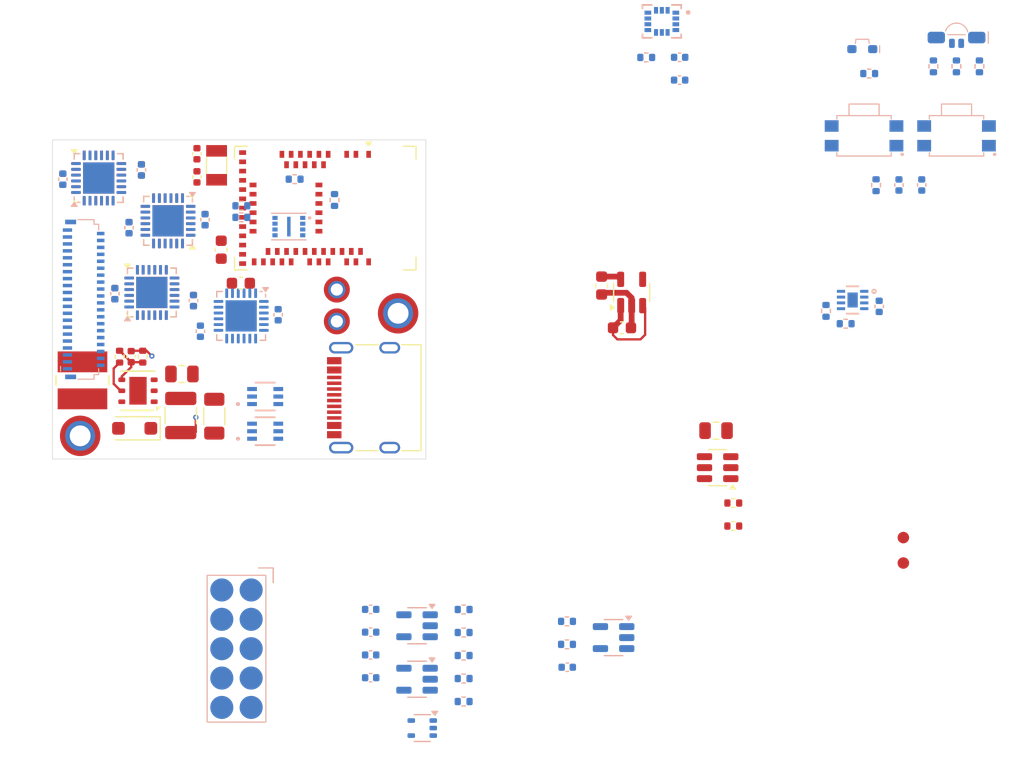
<source format=kicad_pcb>
(kicad_pcb (version 20240108) (generator "pcbnew") (generator_version "8.0")
  (layers (0 "F.Cu" signal) (1 "In1.Cu" power) (2 "In2.Cu" power) (3 "In3.Cu" signal) (4 "In4.Cu" signal) (5 "In5.Cu" signal) (6 "In6.Cu" signal) (31 "B.Cu" signal) (34 "B.Paste" user) (35 "F.Paste" user) (36 "B.SilkS" user "B.Silkscreen") (37 "F.SilkS" user "F.Silkscreen") (38 "B.Mask" user) (39 "F.Mask" user) (44 "Edge.Cuts" user))
  (net 0 "")
  (net 1 "/Power Selection and Regulation/VBAT")
  (net 2 "GND")
  (net 3 "3V3")
  (net 4 "/Power Selection and Regulation/FB")
  (net 5 "/Over Current Protection/12V")
  (net 6 "VIN")
  (net 7 "VS")
  (net 8 "Net-(U9--)")
  (net 9 "/Microcontroller/VBUS")
  (net 10 "/Microcontroller/~{RESET}")
  (net 11 "/Microcontroller/INTERACT")
  (net 12 "/Power Selection and Regulation/SW12")
  (net 13 "Net-(D2-K)")
  (net 14 "Net-(D3-RK)")
  (net 15 "Net-(D3-GK)")
  (net 16 "Net-(D3-BK)")
  (net 17 "/H-Bridge Drivers and FPC/~{CS0}")
  (net 18 "OUT0-4")
  (net 19 "OUT0-2")
  (net 20 "/H-Bridge Drivers and FPC/~{HB_FAULT}")
  (net 21 "/H-Bridge Drivers and FPC/HB_EN")
  (net 22 "OUT0-5")
  (net 23 "/H-Bridge Drivers and FPC/COPI")
  (net 24 "OUT0-0")
  (net 25 "/H-Bridge Drivers and FPC/CIPO")
  (net 26 "OUT0-1")
  (net 27 "/H-Bridge Drivers and FPC/SCK")
  (net 28 "OUT0-3")
  (net 29 "/H-Bridge Drivers and FPC/~{CS1}")
  (net 30 "/H-Bridge Drivers and FPC/~{CS2}")
  (net 31 "/H-Bridge Drivers and FPC/~{CS3}")
  (net 32 "/H-Bridge Drivers and FPC/~{CS4}")
  (net 33 "/H-Bridge Drivers and FPC/~{CS5}")
  (net 34 "/H-Bridge Drivers and FPC/~{CS6}")
  (net 43 "/Microcontroller/SWO")
  (net 44 "/Microcontroller/SWDIO")
  (net 47 "/Microcontroller/SWDCLK")
  (net 89 "OUT1-1")
  (net 90 "~{FG_ALERT}")
  (net 91 "Net-(U2-~{EN})")
  (net 92 "Net-(U1-QSTRT)")
  (net 93 "SCL")
  (net 94 "SDA")
  (net 95 "Net-(U4-CS)")
  (net 96 "Net-(U9-+)")
  (net 97 "/Microcontroller/ISENSE")
  (net 98 "Net-(U11--)")
  (net 99 "/Microcontroller/LED_R")
  (net 100 "/Microcontroller/LED_G")
  (net 101 "/Microcontroller/LED_B")
  (net 102 "WDI")
  (net 103 "/Microcontroller/D-")
  (net 104 "/Microcontroller/D+")
  (net 105 "/Microcontroller/IMU_INT2")
  (net 107 "/Microcontroller/IMU_INT1")
  (net 110 "/Microcontroller/QSPI_DATA0")
  (net 112 "/Microcontroller/QSPI_DATA1")
  (net 114 "/Microcontroller/QSPI_DATA2")
  (net 116 "/Microcontroller/TRACEDATA3")
  (net 118 "/Microcontroller/QSPI_CS")
  (net 120 "/Microcontroller/TRACECLK")
  (net 122 "/Microcontroller/QSPI_DATA3")
  (net 125 "/Microcontroller/QSPI_SCK")
  (net 128 "/Microcontroller/TRACEDATA1")
  (net 129 "/Microcontroller/TRACEDATA2")
  (net 130 "OUT1-5")
  (net 131 "OUT1-0")
  (net 132 "OUT1-4")
  (net 133 "OUT1-3")
  (net 134 "OUT1-2")
  (net 135 "OUT2-1")
  (net 136 "OUT2-3")
  (net 137 "OUT2-4")
  (net 138 "OUT2-5")
  (net 139 "OUT2-2")
  (net 140 "OUT2-0")
  (net 141 "OUT3-0")
  (net 142 "OUT3-5")
  (net 143 "OUT3-2")
  (net 144 "OUT3-1")
  (net 145 "OUT3-3")
  (net 146 "OUT3-4")
  (net 147 "OUT4-5")
  (net 148 "OUT4-4")
  (net 149 "OUT4-1")
  (net 150 "OUT4-0")
  (net 151 "OUT4-3")
  (net 152 "OUT4-2")
  (net 153 "OUT5-4")
  (net 154 "OUT5-1")
  (net 155 "OUT5-0")
  (net 156 "OUT5-2")
  (net 157 "OUT5-5")
  (net 158 "OUT5-3")
  (net 159 "OUT6-3")
  (net 160 "OUT6-2")
  (net 161 "OUT6-5")
  (net 162 "OUT6-0")
  (net 163 "OUT6-4")
  (net 164 "OUT6-1")
  (net 165 "/Microcontroller/XTAL1")
  (net 166 "/Microcontroller/XTAL2")
  (net 167 "/VBUS_IN")
  (net 168 "/CC1")
  (net 169 "/D-_IN")
  (net 170 "/CC2")
  (net 171 "/D+_IN")
  (net 172 "/Microcontroller/~{CS7}")
  (net 173 "/Power Selection and Regulation/12V_EN2")
  (net 174 "/12V_EN1")
  (footprint "Capacitor_SMD:C_0603_1608Metric" (layer "F.Cu") (at 82.1 55.8 -90)
    (property "Reference" "C9")
    (property "Value" "10uF")
  )
  (footprint "Connector_USB:USB_C_Receptacle_G-Switch_GT-USB-7010ASV" (layer "F.Cu") (at 62.7 65.5 90)
    (property "Reference" "J3")
    (property "Value" "USB_C_Receptacle_USB2.0")
  )
  (footprint "nrf52-controller:MountingHole_1.8mm_M1.6_Pad_TopBottom" (layer "F.Cu") (at 64.5 58.2)
    (property "Reference" "H2")
    (property "Value" "MountingHole_Pad")
  )
  (footprint "Resistor_SMD:R_1206_3216Metric" (layer "F.Cu") (at 48.6 67.1 -90)
    (property "Reference" "R17")
    (property "Value" "0.1R")
  )
  (footprint "Capacitor_SMD:C_0402_1005Metric" (layer "F.Cu") (at 35.5 46.6 90)
    (property "Reference" "C15")
    (property "Value" "0.1uF")
  )
  (footprint "Package_DFN_QFN:QFN-24-1EP_4x4mm_P0.5mm_EP2.7x2.7mm" (layer "F.Cu") (at 38.6 46.5)
    (property "Reference" "HBD2")
    (property "Value" "MP6526GR")
  )
  (footprint "Capacitor_SMD:C_0603_1608Metric" (layer "F.Cu") (at 50.9 55.6)
    (property "Reference" "C31")
    (property "Value" "4.7uF")
  )
  (footprint "Capacitor_SMD:C_0402_1005Metric" (layer "F.Cu") (at 47.1 46.4 -90)
    (property "Reference" "C34")
    (property "Value" "12pF")
  )
  (footprint "Capacitor_SMD:C_0402_1005Metric" (layer "F.Cu") (at 42.3 45.8 90)
    (property "Reference" "C11")
    (property "Value" "0.1uF")
  )
  (footprint "Capacitor_SMD:C_0805_2012Metric" (layer "F.Cu") (at 45.8 63.45)
    (property "Reference" "C7")
    (property "Value" "22uF")
  )
  (footprint "Capacitor_SMD:C_0402_1005Metric" (layer "F.Cu") (at 40 56.5 90)
    (property "Reference" "C17")
    (property "Value" "0.1uF")
  )
  (footprint "Capacitor_SMD:C_0402_1005Metric" (layer "F.Cu") (at 47.8 50.1 -90)
    (property "Reference" "C23")
    (property "Value" "0.1uF")
  )
  (footprint "Package_SON:Texas_PWSON-N6" (layer "F.Cu") (at 42 64.9 180)
    (property "Reference" "U5")
    (property "Value" "LM2735XSD_NOPB")
  )
  (footprint "Resistor_SMD:R_0402_1005Metric" (layer "F.Cu") (at 40.4127 61.95 -90)
    (property "Reference" "R12")
    (property "Value" "10k")
  )
  (footprint "nrf52-controller:POGO_2mm-base_0.9mm-through-hole" (layer "F.Cu") (at 59.2 58.9 180)
    (property "Reference" "J1")
    (property "Value" "Conn_01x01_Pin")
  )
  (footprint "Capacitor_SMD:C_0402_1005Metric" (layer "F.Cu") (at 46.8 57.1 90)
    (property "Reference" "C19")
    (property "Value" "0.1uF")
  )
  (footprint "Capacitor_SMD:C_0402_1005Metric" (layer "F.Cu") (at 41.4127 61.95 90)
    (property "Reference" "C5")
    (property "Value" "560pF")
  )
  (footprint "Capacitor_SMD:C_0402_1005Metric" (layer "F.Cu") (at 41.225 50.795 -90)
    (property "Reference" "C13")
    (property "Value" "0.1uF")
  )
  (footprint "Resistor_SMD:R_0402_1005Metric" (layer "F.Cu") (at 93.49 76.6)
    (property "Reference" "R6")
    (property "Value" "5.1k")
  )
  (footprint "nrf52-controller:TP_1mm" (layer "F.Cu") (at 108.2 79.8)
    (property "Reference" "J5")
    (property "Value" "Conn_01x01_Pin")
  )
  (footprint "Diode_SMD:D_SOD-123F" (layer "F.Cu") (at 41.7127 68.15 180)
    (property "Reference" "D1")
    (property "Value" "D_Schottky")
  )
  (footprint "Capacitor_SMD:C_0805_2012Metric" (layer "F.Cu") (at 92 68.35 180)
    (property "Reference" "FB1")
    (property "Value" "100R @ 100MHz")
  )
  (footprint "Capacitor_SMD:C_0402_1005Metric" (layer "F.Cu") (at 47.1 44.4 -90)
    (property "Reference" "C32")
    (property "Value" "12pF")
  )
  (footprint "Package_DFN_QFN:QFN-24-1EP_4x4mm_P0.5mm_EP2.7x2.7mm" (layer "F.Cu") (at 43.2 56.4)
    (property "Reference" "HBD6")
    (property "Value" "MP6526GR")
  )
  (footprint "nrf52-controller:TP_1mm" (layer "F.Cu") (at 108.2 77.6)
    (property "Reference" "J4")
    (property "Value" "Conn_01x01_Pin")
  )
  (footprint "Resistor_SMD:R_0402_1005Metric" (layer "F.Cu") (at 42.4127 61.95 -90)
    (property "Reference" "R10")
    (property "Value" "86.6k")
  )
  (footprint "Capacitor_SMD:C_0603_1608Metric" (layer "F.Cu") (at 49.2 52.7 -90)
    (property "Reference" "C30")
    (property "Value" "4.7uF")
  )
  (footprint "RF_Module:Raytac_MDBT50Q" (layer "F.Cu") (at 58.2 49.1 -90)
    (property "Reference" "U12")
    (property "Value" "MDBT50Q-1MV2")
  )
  (footprint "Package_TO_SOT_SMD:SOT-23-5" (layer "F.Cu") (at 84.7 56.4 90)
    (property "Reference" "U8")
    (property "Value" "AP2112K-3.3")
  )
  (footprint "nrf52-controller:POGO_2mm-base_0.9mm-through-hole" (layer "F.Cu") (at 59.2 56.15 180)
    (property "Reference" "J2")
    (property "Value" "Conn_01x01_Pin")
  )
  (footprint "nrf52-controller:IND_357100_WRE" (layer "F.Cu") (at 37.2 64 -90)
    (property "Reference" "L1")
    (property "Value" "10uH")
  )
  (footprint "Resistor_SMD:R_0402_1005Metric" (layer "F.Cu") (at 93.49 74.61)
    (property "Reference" "R5")
    (property "Value" "5.1k")
  )
  (footprint "Capacitor_SMD:C_0603_1608Metric" (layer "F.Cu") (at 83.865 59.455)
    (property "Reference" "C8")
    (property "Value" "10uF")
  )
  (footprint "nrf52-controller:MountingHole_1.8mm_M1.6_Pad_TopBottom" (layer "F.Cu") (at 37 68.8)
    (property "Reference" "H1")
    (property "Value" "MountingHole_Pad")
  )
  (footprint "Package_TO_SOT_SMD:SOT-23-6" (layer "F.Cu") (at 92.1375 71.55 180)
    (property "Reference" "U3")
    (property "Value" "USBLC6-2SC6")
  )
  (footprint "Capacitor_SMD:C_1210_3225Metric" (layer "F.Cu") (at 45.7 67.0415 -90)
    (property "Reference" "C6")
    (property "Value" "47uF")
  )
  (footprint "Crystal:Crystal_SMD_3215-2Pin_3.2x1.5mm" (layer "F.Cu") (at 48.8 45.4 90)
    (property "Reference" "Y1")
    (property "Value" "32.768KHz")
  )
  (footprint "Package_DFN_QFN:QFN-24-1EP_4x4mm_P0.5mm_EP2.7x2.7mm" (layer "F.Cu") (at 44.6 50.2 180)
    (property "Reference" "HBD4")
    (property "Value" "MP6526GR")
  )
  (footprint "Package_DFN_QFN:QFN-24-1EP_4x4mm_P0.5mm_EP2.7x2.7mm" (layer "B.Cu") (at 50.925 58.425 180)
    (property "Reference" "HBD7")
    (property "Value" "MP6526GR")
  )
  (footprint "Capacitor_SMD:C_0402_1005Metric" (layer "B.Cu") (at 62.1275 83.81 180)
    (property "Reference" "C26")
    (property "Value" "0.1uF")
  )
  (footprint "Resistor_SMD:R_0402_1005Metric" (layer "B.Cu") (at 105.245002 37.465 180)
    (property "Reference" "R13")
    (property "Value" "1k")
  )
  (footprint "nrf52-controller:LGA-14L_STM" (layer "B.Cu") (at 87.3103 32.949999 180)
    (property "Reference" "U4")
    (property "Value" "LSM6DSOX")
  )
  (footprint "Capacitor_SMD:C_0402_1005Metric" (layer "B.Cu") (at 46.8 57.1 90)
    (property "Reference" "C18")
    (property "Value" "0.1uF")
  )
  (footprint "Resistor_SMD:R_0402_1005Metric" (layer "B.Cu") (at 70.1675 87.8 180)
    (property "Reference" "R16")
    (property "Value" "2.2k")
  )
  (footprint "Resistor_SMD:R_0402_1005Metric" (layer "B.Cu") (at 50.94 49.9)
    (property "Reference" "R7")
    (property "Value" "10k")
  )
  (footprint "Package_TO_SOT_SMD:SOT-23-5" (layer "B.Cu") (at 66.1375 85.225 180)
    (property "Reference" "U9")
    (property "Value" "TL331")
  )
  (footprint "Resistor_SMD:R_0402_1005Metric" (layer "B.Cu") (at 70.1675 91.78 180)
    (property "Reference" "R19")
    (property "Value" "82k")
  )
  (footprint "Package_TO_SOT_SMD:SOT-23-5" (layer "B.Cu") (at 83.1375 86.25 180)
    (property "Reference" "U2")
    (property "Value" "STWD100YNX")
  )
  (footprint "Capacitor_SMD:C_0402_1005Metric" (layer "B.Cu") (at 40 56.5 90)
    (property "Reference" "C16")
    (property "Value" "0.1uF")
  )
  (footprint "Package_TO_SOT_SMD:SOT-353_SC-70-5" (layer "B.Cu") (at 66.5875 94.075 180)
    (property "Reference" "U11")
    (property "Value" "TLV9001IDCK")
  )
  (footprint "Resistor_SMD:R_0402_1005Metric" (layer "B.Cu") (at 101.51 57.99 -90)
    (property "Reference" "R3")
    (property "Value" "10k")
  )
  (footprint "Capacitor_SMD:C_0402_1005Metric" (layer "B.Cu") (at 107.820002 47.1 -90)
    (property "Reference" "C33")
    (property "Value" "1uF")
  )
  (footprint "Resistor_SMD:R_0402_1005Metric" (layer "B.Cu") (at 105.840002 47.12 -90)
    (property "Reference" "R20")
    (property "Value" "10k")
  )
  (footprint "Resistor_SMD:R_0402_1005Metric" (layer "B.Cu") (at 103.21 59.1 180)
    (property "Reference" "R1")
    (property "Value" "10k")
  )
  (footprint "nrf52-controller:SWD_2x10_target-pads" (layer "B.Cu") (at 50.52 87.21 180)
    (property "Reference" "J6")
    (property "Value" "Conn_ARM_JTAG_SWD_10")
  )
  (footprint "Resistor_SMD:R_0402_1005Metric" (layer "B.Cu") (at 110.800002 36.84 90)
    (property "Reference" "R24")
    (property "Value" "1k")
  )
  (footprint "nrf52-controller:SC70_DCK6_TI" (layer "B.Cu") (at 53 65.4)
    (property "Reference" "U7")
    (property "Value" "LM66100DCKT")
  )
  (footprint "Resistor_SMD:R_0402_1005Metric" (layer "B.Cu") (at 70.1675 83.82 180)
    (property "Reference" "R14")
    (property "Value" "2.2k")
  )
  (footprint "Resistor_SMD:R_0402_1005Metric" (layer "B.Cu") (at 70.1675 85.81 180)
    (property "Reference" "R15")
    (property "Value" "10k")
  )
  (footprint "Resistor_SMD:R_0402_1005Metric" (layer "B.Cu") (at 70.1675 89.79 180)
    (property "Reference" "R18")
    (property "Value" "56k")
  )
  (footprint "Capacitor_SMD:C_0402_1005Metric" (layer "B.Cu") (at 47.8 50.1 -90)
    (property "Reference" "C22")
    (property "Value" "0.1uF")
  )
  (footprint "Capacitor_SMD:C_0402_1005Metric" (layer "B.Cu") (at 62.1275 87.75 180)
    (property "Reference" "C28")
    (property "Value" "0.1uF")
  )
  (footprint "nrf52-controller:RGBA_LTST-S310F3WT" (layer "B.Cu") (at 112.800002 34.35 180)
    (property "Reference" "D3")
    (property "Value" "LED_RGBA")
  )
  (footprint "Package_TO_SOT_SMD:SOT-23-5" (layer "B.Cu") (at 66.1375 89.85 180)
    (property "Reference" "U10")
    (property "Value" "INA169")
  )
  (footprint "Package_DFN_QFN:QFN-24-1EP_4x4mm_P0.5mm_EP2.7x2.7mm" (layer "B.Cu") (at 44.6 50.2 180)
    (property "Reference" "HBD3")
    (property "Value" "MP6526GR")
  )
  (footprint "Resistor_SMD:R_0402_1005Metric" (layer "B.Cu") (at 85.9603 36.069399 180)
    (property "Reference" "R9")
    (property "Value" "10k")
  )
  (footprint "Capacitor_SMD:C_0402_1005Metric" (layer "B.Cu") (at 88.8503 38.029399 180)
    (property "Reference" "C4")
    (property "Value" "0.1uF")
  )
  (footprint "Package_DFN_QFN:QFN-24-1EP_4x4mm_P0.5mm_EP2.7x2.7mm" (layer "B.Cu") (at 43.2 56.4)
    (property "Reference" "HBD5")
    (property "Value" "MP6526GR")
  )
  (footprint "Capacitor_SMD:C_0402_1005Metric" (layer "B.Cu") (at 41.225 50.795 -90)
    (property "Reference" "C12")
    (property "Value" "0.1uF")
  )
  (footprint "Capacitor_SMD:C_0402_1005Metric" (layer "B.Cu") (at 88.8503 36.059399 180)
    (property "Reference" "C3")
    (property "Value" "10uF")
  )
  (footprint "Capacitor_SMD:C_0402_1005Metric" (layer "B.Cu") (at 54.125 58.325 -90)
    (property "Reference" "C24")
    (property "Value" "0.1uF")
  )
  (footprint "Capacitor_SMD:C_0402_1005Metric" (layer "B.Cu") (at 62.1275 89.72 180)
    (property "Reference" "C29")
    (property "Value" "2.2uF")
  )
  (footprint "Resistor_SMD:R_0402_1005Metric" (layer "B.Cu") (at 112.790002 36.84 90)
    (property "Reference" "R23")
    (property "Value" "1k")
  )
  (footprint "Capacitor_SMD:C_0402_1005Metric" (layer "B.Cu") (at 62.1275 85.78 180)
    (property "Reference" "C27")
    (property "Value" "0.1uF")
  )
  (footprint "Capacitor_SMD:C_0402_1005Metric" (layer "B.Cu") (at 42.3 45.8 90)
    (property "Reference" "C10")
    (property "Value" "0.1uF")
  )
  (footprint "Capacitor_SMD:C_0402_1005Metric" (layer "B.Cu") (at 79.1275 88.815 180)
    (property "Reference" "C2")
    (property "Value" "0.1uF")
  )
  (footprint "nrf52-controller:SW_Wurth_434351045816" (layer "B.Cu") (at 104.8 42.85)
    (property "Reference" "SW1")
    (property "Value" "434351045816")
  )
  (footprint "nrf52-controller:SW_Wurth_434351045816" (layer "B.Cu") (at 112.8 42.85)
    (property "Reference" "SW2")
    (property "Value" "434351045816")
  )
  (footprint "Capacitor_SMD:C_0402_1005Metric" (layer "B.Cu") (at 47.4 59.75 -90)
    (property "Reference" "C20")
    (property "Value" "0.1uF")
  )
  (footprint "nrf52-controller:SC70_DCK6_TI" (layer "B.Cu") (at 53 68.4)
    (property "Reference" "U6")
    (property "Value" "LM66100DCKT")
  )
  (footprint "Resistor_SMD:R_0402_1005Metric" (layer "B.Cu") (at 79.1075 86.835 180)
    (property "Reference" "R4")
    (property "Value" "10k")
  )
  (footprint "Resistor_SMD:R_0402_1005Metric" (layer "B.Cu") (at 59 48.4 -90)
    (property "Reference" "R11")
    (property "Value" "10k")
  )
  (footprint "nrf52-controller:WSON-8_3x2mm_EP-0.2x2mm" (layer "B.Cu") (at 55.05 50.7 180)
    (property "Reference" "U13")
    (property "Value" "GD25Q16E")
  )
  (footprint "Resistor_SMD:R_0402_1005Metric" (layer "B.Cu") (at 55.55 46.6 180)
    (property "Reference" "R21")
    (property "Value" "10k")
  )
  (footprint "Resistor_SMD:R_0402_1005Metric" (layer "B.Cu") (at 50.94 48.9)
    (property "Reference" "R8")
    (property "Value" "10k")
  )
  (footprint "Capacitor_SMD:C_0402_1005Metric" (layer "B.Cu") (at 106.11 57.6 -90)
    (property "Reference" "C1")
    (property "Value" "0.1uF")
  )
  (footprint "nrf52-controller:LED_0603_RA_TJ-S1706CL6T5ALC9Y-A5" (layer "B.Cu") (at 104.650002 35.35 180)
    (property "Reference" "D2")
    (property "Value" "LED")
  )
  (footprint "nrf52-controller:CONN_FH35W-41S-0.3SHW" (layer "B.Cu") (at 37.3 57 90)
    (property "Reference" "J7")
    (property "Value" "FH35C-41S-0.3SHW")
  )
  (footprint "Resistor_SMD:R_0402_1005Metric" (layer "B.Cu") (at 114.780002 36.84 90)
    (property "Reference" "R22")
    (property "Value" "1k")
  )
  (footprint "nrf52-controller:21-0168E_T822-3_MXM" (layer "B.Cu") (at 103.8133 57.049999 180)
    (property "Reference" "U1")
    (property "Value" "MAX17048G+T10")
  )
  (footprint "Capacitor_SMD:C_0402_1005Metric" (layer "B.Cu") (at 109.790002 47.1 -90)
    (property "Reference" "C35")
    (property "Value" "0.1uF")
  )
  (footprint "Capacitor_SMD:C_0402_1005Metric" (layer "B.Cu") (at 35.5 46.6 90)
    (property "Reference" "C14")
    (property "Value" "0.1uF")
  )
  (footprint "Package_DFN_QFN:QFN-24-1EP_4x4mm_P0.5mm_EP2.7x2.7mm" (layer "B.Cu") (at 38.6 46.5)
    (property "Reference" "HBD1")
    (property "Value" "MP6526GR")
  )
  (footprint "Resistor_SMD:R_0402_1005Metric" (layer "B.Cu") (at 79.1075 84.845 180)
    (property "Reference" "R2")
    (property "Value" "10k")
  )
  (gr_rect (start 34.6 43.2) (end 66.9 70.8) (stroke (width 0.05)) (fill none) (layer "Edge.Cuts"))
  (segment (start 84.7 59.395) (end 84.64 59.455) (width 0.5) (layer "F.Cu") (net 2))
  (segment (start 40.5 64.9) (end 40.6 64.9) (width 0.2) (layer "F.Cu") (net 2))
  (segment (start 84.25875 56.425) (end 84.7 56.86625) (width 0.5) (layer "F.Cu") (net 2))
  (segment (start 82.25 56.425) (end 84.25875 56.425) (width 0.5) (layer "F.Cu") (net 2))
  (segment (start 82.1 56.575) (end 82.25 56.425) (width 0.5) (layer "F.Cu") (net 2))
  (segment (start 39.9 64.3) (end 40.5 64.9) (width 0.2) (layer "F.Cu") (net 2))
  (segment (start 39.9 62.9727) (end 39.9 64.3) (width 0.2) (layer "F.Cu") (net 2))
  (segment (start 84.7 57.5375) (end 84.7 59.395) (width 0.5) (layer "F.Cu") (net 2))
  (segment (start 84.7 56.86625) (end 84.7 57.5375) (width 0.5) (layer "F.Cu") (net 2))
  (segment (start 40.4127 62.46) (end 39.9 62.9727) (width 0.2) (layer "F.Cu") (net 2))
  (segment (start 82.1 55.025) (end 83.5125 55.025) (width 0.5) (layer "F.Cu") (net 3))
  (segment (start 83.5125 55.025) (end 83.75 55.2625) (width 0.5) (layer "F.Cu") (net 3))
  (segment (start 40.4127 61.44) (end 40.4227 61.44) (width 0.2) (layer "F.Cu") (net 4))
  (segment (start 42.4127 62.46) (end 42.3827 62.43) (width 0.2) (layer "F.Cu") (net 4))
  (segment (start 41.4127 62.85) (end 40.6 63.6627) (width 0.2) (layer "F.Cu") (net 4))
  (segment (start 40.6 63.6627) (end 40.6 63.95) (width 0.2) (layer "F.Cu") (net 4))
  (segment (start 42.3827 62.43) (end 41.4127 62.43) (width 0.2) (layer "F.Cu") (net 4))
  (segment (start 41.4127 62.43) (end 41.4127 62.85) (width 0.2) (layer "F.Cu") (net 4))
  (segment (start 40.4227 61.44) (end 41.4127 62.43) (width 0.2) (layer "F.Cu") (net 4))
  (segment (start 42.4127 61.44) (end 41.4427 61.44) (width 0.2) (layer "F.Cu") (net 5))
  (segment (start 42.74 61.44) (end 42.4127 61.44) (width 0.2) (layer "F.Cu") (net 5))
  (segment (start 43.2 61.9) (end 42.74 61.44) (width 0.2) (layer "F.Cu") (net 5))
  (segment (start 47 68.4627) (end 46.9462 68.5165) (width 0.2) (layer "F.Cu") (net 5))
  (segment (start 46.9462 68.5165) (end 45.8 68.5165) (width 0.2) (layer "F.Cu") (net 5))
  (segment (start 41.4427 61.44) (end 41.4127 61.47) (width 0.2) (layer "F.Cu") (net 5))
  (segment (start 47 67.2) (end 47 68.4627) (width 0.2) (layer "F.Cu") (net 5))
  (via (at 43.2 61.9) (size 0.45) (drill 0.2) (layers "F.Cu" "B.Cu") (net 5))
  (via (at 47 67.2) (size 0.45) (drill 0.2) (layers "F.Cu" "B.Cu") (net 5))
  (segment (start 85.865 60.055) (end 85.465 60.455) (width 0.2) (layer "F.Cu") (net 6))
  (segment (start 85.865 57.7525) (end 85.865 60.055) (width 0.2) (layer "F.Cu") (net 6))
  (segment (start 83.75 58.795) (end 83.09 59.455) (width 0.5) (layer "F.Cu") (net 6))
  (segment (start 83.465 60.455) (end 83.09 60.08) (width 0.2) (layer "F.Cu") (net 6))
  (segment (start 85.465 60.455) (end 83.465 60.455) (width 0.2) (layer "F.Cu") (net 6))
  (segment (start 85.65 57.5375) (end 85.865 57.7525) (width 0.2) (layer "F.Cu") (net 6))
  (segment (start 83.75 57.5375) (end 83.75 58.795) (width 0.5) (layer "F.Cu") (net 6))
  (segment (start 83.09 60.08) (end 83.09 59.455) (width 0.2) (layer "F.Cu") (net 6))
)
</source>
